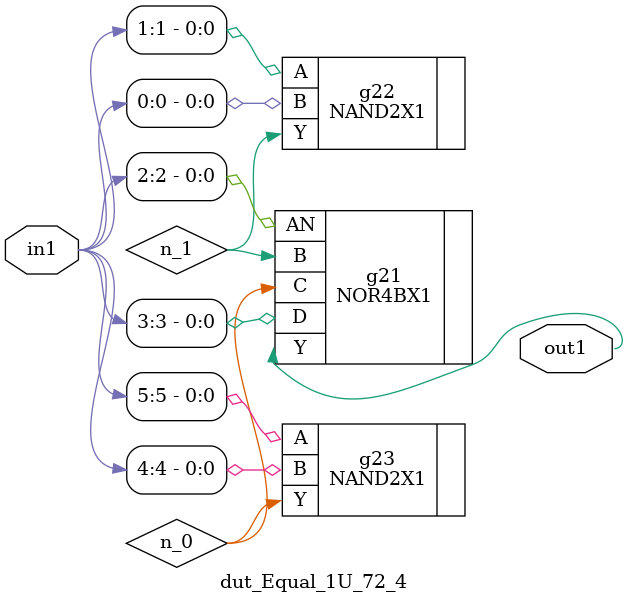
<source format=v>
`timescale 1ps / 1ps


module dut_Equal_1U_72_4(in1, out1);
  input [5:0] in1;
  output out1;
  wire [5:0] in1;
  wire out1;
  wire n_0, n_1;
  NOR4BX1 g21(.AN (in1[2]), .B (n_1), .C (n_0), .D (in1[3]), .Y (out1));
  NAND2X1 g22(.A (in1[1]), .B (in1[0]), .Y (n_1));
  NAND2X1 g23(.A (in1[5]), .B (in1[4]), .Y (n_0));
endmodule



</source>
